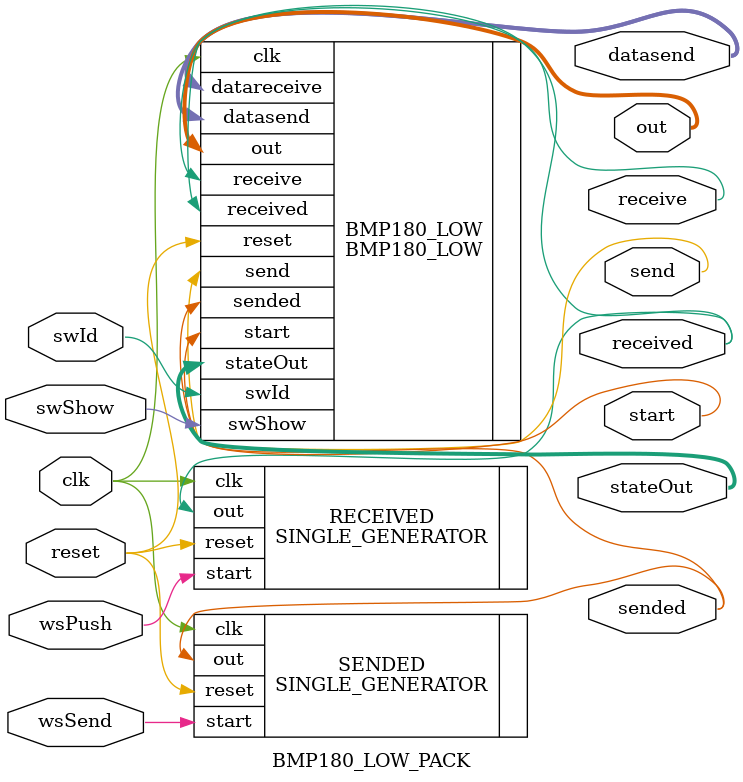
<source format=v>
module BMP180_LOW_PACK(clk, reset, wsPush, wsSend, swId, swShow, start, send, datasend, receive, out, stateOut, sended, received);
input 	wire clk;					//сигнал тактовой частоты
input 	wire reset;					//сигнал сброса
input		wire swId;					//кнопка режим - прочитать ID чипа BMP180
input		wire swShow;				//кнопка режим - прочитать показать принятые данные
input		wire wsPush;
input		wire wsSend;
output wire start;
output wire send;
output wire [7:0] datasend;
output wire receive;
output wire [7:0] out;			//данные
output wire [3:0] stateOut;

output wire sended;
output wire received;
//wire invPush;
//wire invSend;

// assign statements (if any)                          
BMP180_LOW BMP180_LOW (
// port map - connection between master ports and signals/registers   
	.clk(clk), //
	.reset(reset), 
	.swId(swId), //
	.swShow(swShow), //
	
	.sended(sended),	
	.datareceive(datasend),
	.received(received),
	
	.start(start),
	.send(send),
	.datasend(datasend),
	.receive(receive),
	.out(out), //
	.stateOut(stateOut)
);
//
//MY_NOT NOT_PUSH (
//	.IN(wsPush),
//	.OUT(invPush)
//);
//
//MY_NOT NOT_SEND (
//	.IN(wsSend),
//	.OUT(invSend)
//);
//shift SENDED (
//// port map - connection between master ports and signals/registers   
//	.clk(clk), //
//	.start(sended),
//	.run(wsSend)
//);
//shift RECEIVED (
//// port map - connection between master ports and signals/registers   
//	.clk(clk), //
//	.start(received),
//	.run(wsPush)
//);

SINGLE_GENERATOR SENDED (
// port map - connection between master ports and signals/registers   
	.clk(clk), //
	.start(wsSend),
	.reset(reset),
	.out(sended)
);
SINGLE_GENERATOR RECEIVED (
// port map - connection between master ports and signals/registers   
	.clk(clk), //
	.start(wsPush),
	.reset(reset),
	.out(received)
);

endmodule

</source>
